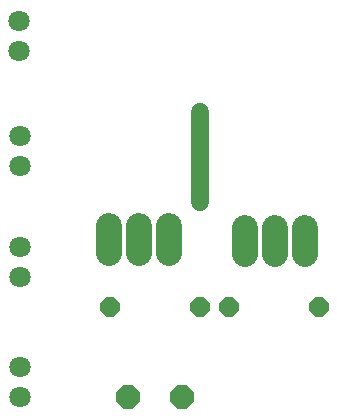
<source format=gbr>
G04 EAGLE Gerber RS-274X export*
G75*
%MOMM*%
%FSLAX34Y34*%
%LPD*%
%INTop Copper*%
%IPPOS*%
%AMOC8*
5,1,8,0,0,1.08239X$1,22.5*%
G01*
%ADD10C,2.235200*%
%ADD11P,1.759533X8X22.500000*%
%ADD12C,1.800000*%
%ADD13P,2.199416X8X202.500000*%
%ADD14P,1.759533X8X202.500000*%
%ADD15C,1.500000*%
%ADD16C,1.500000*%


D10*
X-179070Y-195326D02*
X-179070Y-172974D01*
X-153670Y-172974D02*
X-153670Y-195326D01*
X-128270Y-195326D02*
X-128270Y-172974D01*
D11*
X-177800Y-241300D03*
X-101600Y-241300D03*
D12*
X-254000Y-292100D03*
X-254000Y-317500D03*
X-255270Y1270D03*
X-255270Y-24130D03*
D13*
X-116840Y-317500D03*
X-162560Y-317500D03*
D12*
X-254000Y-215900D03*
X-254000Y-190500D03*
X-254000Y-96520D03*
X-254000Y-121920D03*
D14*
X-1270Y-241300D03*
X-77470Y-241300D03*
D10*
X-63500Y-196596D02*
X-63500Y-174244D01*
X-38100Y-174244D02*
X-38100Y-196596D01*
X-12700Y-196596D02*
X-12700Y-174244D01*
D15*
X-101600Y-152400D03*
D16*
X-101600Y-76200D01*
D15*
X-101600Y-76200D03*
M02*

</source>
